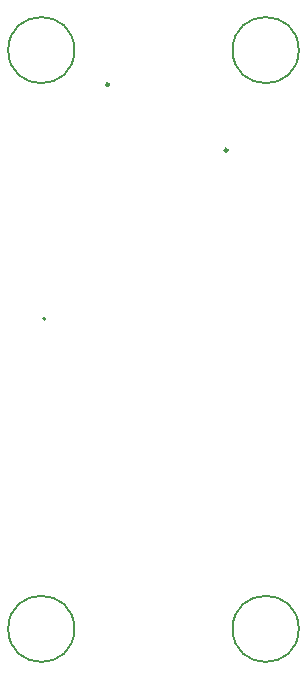
<source format=gbr>
%TF.GenerationSoftware,KiCad,Pcbnew,7.0.5*%
%TF.CreationDate,2023-12-24T21:30:35-08:00*%
%TF.ProjectId,Lyrav3,4c797261-7633-42e6-9b69-6361645f7063,rev?*%
%TF.SameCoordinates,Original*%
%TF.FileFunction,Other,Comment*%
%FSLAX46Y46*%
G04 Gerber Fmt 4.6, Leading zero omitted, Abs format (unit mm)*
G04 Created by KiCad (PCBNEW 7.0.5) date 2023-12-24 21:30:35*
%MOMM*%
%LPD*%
G01*
G04 APERTURE LIST*
%ADD10C,0.200000*%
%ADD11C,0.150000*%
%ADD12C,0.250000*%
G04 APERTURE END LIST*
D10*
%TO.C,X2*%
X3369600Y29259800D02*
G75*
G03*
X3369600Y29259800I-100000J0D01*
G01*
D11*
%TO.C,H3*%
X5800000Y3000000D02*
G75*
G03*
X5800000Y3000000I-2800000J0D01*
G01*
%TO.C,H1*%
X5800000Y52000000D02*
G75*
G03*
X5800000Y52000000I-2800000J0D01*
G01*
%TO.C,H2*%
X24800000Y52000000D02*
G75*
G03*
X24800000Y52000000I-2800000J0D01*
G01*
%TO.C,H4*%
X24800000Y3000000D02*
G75*
G03*
X24800000Y3000000I-2800000J0D01*
G01*
D12*
%TO.C,U2*%
X18786000Y43524200D02*
G75*
G03*
X18786000Y43524200I-130000J0D01*
G01*
%TO.C,U4*%
X8728400Y49095400D02*
G75*
G03*
X8728400Y49095400I-120000J0D01*
G01*
%TD*%
M02*

</source>
